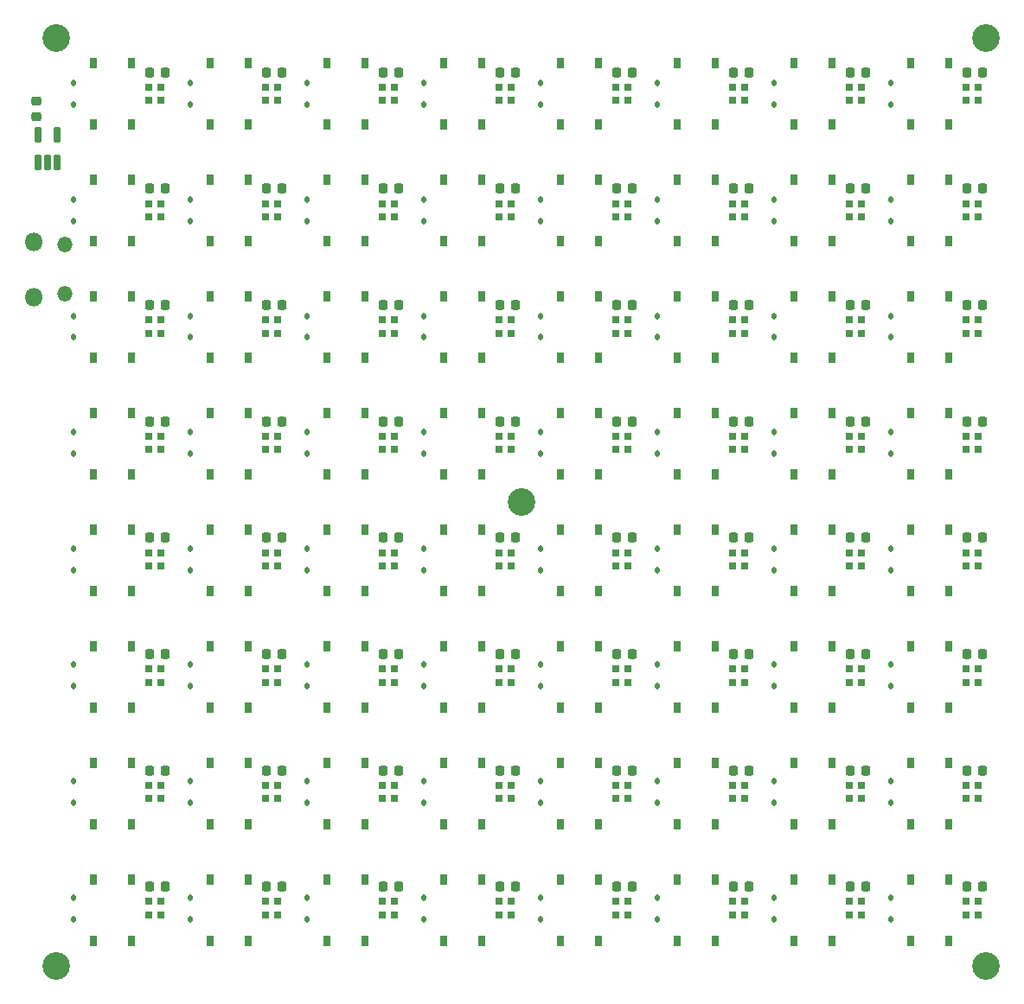
<source format=gbr>
%TF.GenerationSoftware,KiCad,Pcbnew,8.0.7*%
%TF.CreationDate,2025-01-12T22:15:46+01:00*%
%TF.ProjectId,butns,6275746e-732e-46b6-9963-61645f706362,rev?*%
%TF.SameCoordinates,Original*%
%TF.FileFunction,Soldermask,Top*%
%TF.FilePolarity,Negative*%
%FSLAX46Y46*%
G04 Gerber Fmt 4.6, Leading zero omitted, Abs format (unit mm)*
G04 Created by KiCad (PCBNEW 8.0.7) date 2025-01-12 22:15:46*
%MOMM*%
%LPD*%
G01*
G04 APERTURE LIST*
G04 Aperture macros list*
%AMRoundRect*
0 Rectangle with rounded corners*
0 $1 Rounding radius*
0 $2 $3 $4 $5 $6 $7 $8 $9 X,Y pos of 4 corners*
0 Add a 4 corners polygon primitive as box body*
4,1,4,$2,$3,$4,$5,$6,$7,$8,$9,$2,$3,0*
0 Add four circle primitives for the rounded corners*
1,1,$1+$1,$2,$3*
1,1,$1+$1,$4,$5*
1,1,$1+$1,$6,$7*
1,1,$1+$1,$8,$9*
0 Add four rect primitives between the rounded corners*
20,1,$1+$1,$2,$3,$4,$5,0*
20,1,$1+$1,$4,$5,$6,$7,0*
20,1,$1+$1,$6,$7,$8,$9,0*
20,1,$1+$1,$8,$9,$2,$3,0*%
G04 Aperture macros list end*
%ADD10RoundRect,0.162500X0.162500X-0.617500X0.162500X0.617500X-0.162500X0.617500X-0.162500X-0.617500X0*%
%ADD11RoundRect,0.225000X0.250000X-0.225000X0.250000X0.225000X-0.250000X0.225000X-0.250000X-0.225000X0*%
%ADD12O,1.800000X1.800000*%
%ADD13O,1.500000X1.500000*%
%ADD14R,0.700000X0.800000*%
%ADD15R,0.750000X1.000000*%
%ADD16C,2.700000*%
%ADD17RoundRect,0.112500X0.112500X-0.187500X0.112500X0.187500X-0.112500X0.187500X-0.112500X-0.187500X0*%
%ADD18RoundRect,0.225000X0.225000X0.250000X-0.225000X0.250000X-0.225000X-0.250000X0.225000X-0.250000X0*%
G04 APERTURE END LIST*
D10*
%TO.C,U2*%
X134752000Y-55118000D03*
X136652000Y-55118000D03*
X136652000Y-57818000D03*
X135702000Y-57818000D03*
X134752000Y-57818000D03*
%TD*%
D11*
%TO.C,C65*%
X134620000Y-53353000D03*
X134620000Y-51803000D03*
%TD*%
D12*
%TO.C,U1*%
X134350000Y-65575000D03*
D13*
X137380000Y-65875000D03*
X137380000Y-70725000D03*
D12*
X134350000Y-71025000D03*
%TD*%
D14*
%TO.C,D128*%
X226860000Y-131550000D03*
X225660000Y-131550000D03*
X225660000Y-130250000D03*
X226860000Y-130250000D03*
%TD*%
%TO.C,D120*%
X226860000Y-120150000D03*
X225660000Y-120150000D03*
X225660000Y-118850000D03*
X226860000Y-118850000D03*
%TD*%
%TO.C,D112*%
X226860000Y-108750000D03*
X225660000Y-108750000D03*
X225660000Y-107450000D03*
X226860000Y-107450000D03*
%TD*%
%TO.C,D104*%
X226860000Y-97350000D03*
X225660000Y-97350000D03*
X225660000Y-96050000D03*
X226860000Y-96050000D03*
%TD*%
%TO.C,D127*%
X215430000Y-131550000D03*
X214230000Y-131550000D03*
X214230000Y-130250000D03*
X215430000Y-130250000D03*
%TD*%
%TO.C,D119*%
X215430000Y-120150000D03*
X214230000Y-120150000D03*
X214230000Y-118850000D03*
X215430000Y-118850000D03*
%TD*%
%TO.C,D111*%
X215430000Y-108750000D03*
X214230000Y-108750000D03*
X214230000Y-107450000D03*
X215430000Y-107450000D03*
%TD*%
%TO.C,D103*%
X215430000Y-97350000D03*
X214230000Y-97350000D03*
X214230000Y-96050000D03*
X215430000Y-96050000D03*
%TD*%
%TO.C,D126*%
X204000000Y-131550000D03*
X202800000Y-131550000D03*
X202800000Y-130250000D03*
X204000000Y-130250000D03*
%TD*%
%TO.C,D118*%
X204000000Y-120150000D03*
X202800000Y-120150000D03*
X202800000Y-118850000D03*
X204000000Y-118850000D03*
%TD*%
%TO.C,D110*%
X204000000Y-108750000D03*
X202800000Y-108750000D03*
X202800000Y-107450000D03*
X204000000Y-107450000D03*
%TD*%
%TO.C,D102*%
X204000000Y-97350000D03*
X202800000Y-97350000D03*
X202800000Y-96050000D03*
X204000000Y-96050000D03*
%TD*%
%TO.C,D125*%
X192570000Y-131550000D03*
X191370000Y-131550000D03*
X191370000Y-130250000D03*
X192570000Y-130250000D03*
%TD*%
%TO.C,D117*%
X192570000Y-120150000D03*
X191370000Y-120150000D03*
X191370000Y-118850000D03*
X192570000Y-118850000D03*
%TD*%
%TO.C,D109*%
X192570000Y-108750000D03*
X191370000Y-108750000D03*
X191370000Y-107450000D03*
X192570000Y-107450000D03*
%TD*%
%TO.C,D101*%
X192570000Y-97350000D03*
X191370000Y-97350000D03*
X191370000Y-96050000D03*
X192570000Y-96050000D03*
%TD*%
%TO.C,D124*%
X181140000Y-131550000D03*
X179940000Y-131550000D03*
X179940000Y-130250000D03*
X181140000Y-130250000D03*
%TD*%
%TO.C,D116*%
X181140000Y-120150000D03*
X179940000Y-120150000D03*
X179940000Y-118850000D03*
X181140000Y-118850000D03*
%TD*%
%TO.C,D108*%
X181140000Y-108750000D03*
X179940000Y-108750000D03*
X179940000Y-107450000D03*
X181140000Y-107450000D03*
%TD*%
%TO.C,D100*%
X181140000Y-97350000D03*
X179940000Y-97350000D03*
X179940000Y-96050000D03*
X181140000Y-96050000D03*
%TD*%
%TO.C,D123*%
X169710000Y-131550000D03*
X168510000Y-131550000D03*
X168510000Y-130250000D03*
X169710000Y-130250000D03*
%TD*%
%TO.C,D115*%
X169710000Y-120150000D03*
X168510000Y-120150000D03*
X168510000Y-118850000D03*
X169710000Y-118850000D03*
%TD*%
%TO.C,D107*%
X169710000Y-108750000D03*
X168510000Y-108750000D03*
X168510000Y-107450000D03*
X169710000Y-107450000D03*
%TD*%
%TO.C,D99*%
X169710000Y-97350000D03*
X168510000Y-97350000D03*
X168510000Y-96050000D03*
X169710000Y-96050000D03*
%TD*%
%TO.C,D122*%
X158280000Y-131550000D03*
X157080000Y-131550000D03*
X157080000Y-130250000D03*
X158280000Y-130250000D03*
%TD*%
%TO.C,D114*%
X158280000Y-120150000D03*
X157080000Y-120150000D03*
X157080000Y-118850000D03*
X158280000Y-118850000D03*
%TD*%
%TO.C,D106*%
X158280000Y-108750000D03*
X157080000Y-108750000D03*
X157080000Y-107450000D03*
X158280000Y-107450000D03*
%TD*%
%TO.C,D98*%
X158280000Y-97350000D03*
X157080000Y-97350000D03*
X157080000Y-96050000D03*
X158280000Y-96050000D03*
%TD*%
%TO.C,D121*%
X146850000Y-131550000D03*
X145650000Y-131550000D03*
X145650000Y-130250000D03*
X146850000Y-130250000D03*
%TD*%
%TO.C,D113*%
X146850000Y-120150000D03*
X145650000Y-120150000D03*
X145650000Y-118850000D03*
X146850000Y-118850000D03*
%TD*%
%TO.C,D105*%
X146850000Y-108750000D03*
X145650000Y-108750000D03*
X145650000Y-107450000D03*
X146850000Y-107450000D03*
%TD*%
%TO.C,D97*%
X146850000Y-97350000D03*
X145650000Y-97350000D03*
X145650000Y-96050000D03*
X146850000Y-96050000D03*
%TD*%
%TO.C,D96*%
X226860000Y-85950000D03*
X225660000Y-85950000D03*
X225660000Y-84650000D03*
X226860000Y-84650000D03*
%TD*%
%TO.C,D95*%
X215430000Y-85950000D03*
X214230000Y-85950000D03*
X214230000Y-84650000D03*
X215430000Y-84650000D03*
%TD*%
%TO.C,D94*%
X204000000Y-85950000D03*
X202800000Y-85950000D03*
X202800000Y-84650000D03*
X204000000Y-84650000D03*
%TD*%
%TO.C,D93*%
X192570000Y-85950000D03*
X191370000Y-85950000D03*
X191370000Y-84650000D03*
X192570000Y-84650000D03*
%TD*%
%TO.C,D92*%
X181140000Y-85950000D03*
X179940000Y-85950000D03*
X179940000Y-84650000D03*
X181140000Y-84650000D03*
%TD*%
%TO.C,D91*%
X169710000Y-85950000D03*
X168510000Y-85950000D03*
X168510000Y-84650000D03*
X169710000Y-84650000D03*
%TD*%
%TO.C,D90*%
X158280000Y-85950000D03*
X157080000Y-85950000D03*
X157080000Y-84650000D03*
X158280000Y-84650000D03*
%TD*%
%TO.C,D89*%
X146850000Y-85950000D03*
X145650000Y-85950000D03*
X145650000Y-84650000D03*
X146850000Y-84650000D03*
%TD*%
%TO.C,D88*%
X226860000Y-74550000D03*
X225660000Y-74550000D03*
X225660000Y-73250000D03*
X226860000Y-73250000D03*
%TD*%
%TO.C,D87*%
X215430000Y-74550000D03*
X214230000Y-74550000D03*
X214230000Y-73250000D03*
X215430000Y-73250000D03*
%TD*%
%TO.C,D86*%
X204000000Y-74550000D03*
X202800000Y-74550000D03*
X202800000Y-73250000D03*
X204000000Y-73250000D03*
%TD*%
%TO.C,D85*%
X192570000Y-74550000D03*
X191370000Y-74550000D03*
X191370000Y-73250000D03*
X192570000Y-73250000D03*
%TD*%
%TO.C,D84*%
X181140000Y-74550000D03*
X179940000Y-74550000D03*
X179940000Y-73250000D03*
X181140000Y-73250000D03*
%TD*%
%TO.C,D83*%
X169710000Y-74550000D03*
X168510000Y-74550000D03*
X168510000Y-73250000D03*
X169710000Y-73250000D03*
%TD*%
%TO.C,D82*%
X158280000Y-74550000D03*
X157080000Y-74550000D03*
X157080000Y-73250000D03*
X158280000Y-73250000D03*
%TD*%
%TO.C,D81*%
X146850000Y-74550000D03*
X145650000Y-74550000D03*
X145650000Y-73250000D03*
X146850000Y-73250000D03*
%TD*%
%TO.C,D80*%
X226860000Y-61850000D03*
X225660000Y-61850000D03*
X225660000Y-63150000D03*
X226860000Y-63150000D03*
%TD*%
%TO.C,D79*%
X215430000Y-61850000D03*
X214230000Y-61850000D03*
X214230000Y-63150000D03*
X215430000Y-63150000D03*
%TD*%
%TO.C,D78*%
X204000000Y-61850000D03*
X202800000Y-61850000D03*
X202800000Y-63150000D03*
X204000000Y-63150000D03*
%TD*%
%TO.C,D77*%
X192570000Y-61850000D03*
X191370000Y-61850000D03*
X191370000Y-63150000D03*
X192570000Y-63150000D03*
%TD*%
%TO.C,D76*%
X181140000Y-61850000D03*
X179940000Y-61850000D03*
X179940000Y-63150000D03*
X181140000Y-63150000D03*
%TD*%
%TO.C,D75*%
X169710000Y-61850000D03*
X168510000Y-61850000D03*
X168510000Y-63150000D03*
X169710000Y-63150000D03*
%TD*%
%TO.C,D74*%
X158280000Y-61850000D03*
X157080000Y-61850000D03*
X157080000Y-63150000D03*
X158280000Y-63150000D03*
%TD*%
%TO.C,D73*%
X146850000Y-61850000D03*
X145650000Y-61850000D03*
X145650000Y-63150000D03*
X146850000Y-63150000D03*
%TD*%
%TO.C,D72*%
X226860000Y-51750000D03*
X225660000Y-51750000D03*
X225660000Y-50450000D03*
X226860000Y-50450000D03*
%TD*%
%TO.C,D71*%
X215430000Y-51750000D03*
X214230000Y-51750000D03*
X214230000Y-50450000D03*
X215430000Y-50450000D03*
%TD*%
%TO.C,D70*%
X204000000Y-51750000D03*
X202800000Y-51750000D03*
X202800000Y-50450000D03*
X204000000Y-50450000D03*
%TD*%
%TO.C,D69*%
X192570000Y-51750000D03*
X191370000Y-51750000D03*
X191370000Y-50450000D03*
X192570000Y-50450000D03*
%TD*%
%TO.C,D68*%
X181140000Y-51750000D03*
X179940000Y-51750000D03*
X179940000Y-50450000D03*
X181140000Y-50450000D03*
%TD*%
%TO.C,D67*%
X169710000Y-51750000D03*
X168510000Y-51750000D03*
X168510000Y-50450000D03*
X169710000Y-50450000D03*
%TD*%
%TO.C,D66*%
X158280000Y-51750000D03*
X157080000Y-51750000D03*
X157080000Y-50450000D03*
X158280000Y-50450000D03*
%TD*%
%TO.C,D1*%
X146850000Y-51750000D03*
X145650000Y-51750000D03*
X145650000Y-50450000D03*
X146850000Y-50450000D03*
%TD*%
D15*
%TO.C,SW64*%
X223970991Y-128095996D03*
X223970991Y-134095996D03*
X220220991Y-128095996D03*
X220220991Y-134095996D03*
%TD*%
%TO.C,SW63*%
X212540991Y-128095996D03*
X212540991Y-134095996D03*
X208790991Y-128095996D03*
X208790991Y-134095996D03*
%TD*%
%TO.C,SW62*%
X201110991Y-128095996D03*
X201110991Y-134095996D03*
X197360991Y-128095996D03*
X197360991Y-134095996D03*
%TD*%
%TO.C,SW61*%
X189680991Y-128095996D03*
X189680991Y-134095996D03*
X185930991Y-128095996D03*
X185930991Y-134095996D03*
%TD*%
%TO.C,SW60*%
X178250991Y-128095996D03*
X178250991Y-134095996D03*
X174500991Y-128095996D03*
X174500991Y-134095996D03*
%TD*%
%TO.C,SW59*%
X166820991Y-128095996D03*
X166820991Y-134095996D03*
X163070991Y-128095996D03*
X163070991Y-134095996D03*
%TD*%
%TO.C,SW58*%
X155390991Y-128095996D03*
X155390991Y-134095996D03*
X151640991Y-128095996D03*
X151640991Y-134095996D03*
%TD*%
%TO.C,SW57*%
X143960991Y-128095996D03*
X143960991Y-134095996D03*
X140210991Y-128095996D03*
X140210991Y-134095996D03*
%TD*%
%TO.C,SW56*%
X223970991Y-116665996D03*
X223970991Y-122665996D03*
X220220991Y-116665996D03*
X220220991Y-122665996D03*
%TD*%
%TO.C,SW55*%
X212540991Y-116665996D03*
X212540991Y-122665996D03*
X208790991Y-116665996D03*
X208790991Y-122665996D03*
%TD*%
%TO.C,SW54*%
X201110991Y-116665996D03*
X201110991Y-122665996D03*
X197360991Y-116665996D03*
X197360991Y-122665996D03*
%TD*%
%TO.C,SW53*%
X189680991Y-116665996D03*
X189680991Y-122665996D03*
X185930991Y-116665996D03*
X185930991Y-122665996D03*
%TD*%
%TO.C,SW52*%
X178250991Y-116665996D03*
X178250991Y-122665996D03*
X174500991Y-116665996D03*
X174500991Y-122665996D03*
%TD*%
%TO.C,SW51*%
X166820991Y-116665996D03*
X166820991Y-122665996D03*
X163070991Y-116665996D03*
X163070991Y-122665996D03*
%TD*%
%TO.C,SW50*%
X155390991Y-116665996D03*
X155390991Y-122665996D03*
X151640991Y-116665996D03*
X151640991Y-122665996D03*
%TD*%
%TO.C,SW49*%
X143960991Y-116665996D03*
X143960991Y-122665996D03*
X140210991Y-116665996D03*
X140210991Y-122665996D03*
%TD*%
%TO.C,SW48*%
X223970991Y-105235996D03*
X223970991Y-111235996D03*
X220220991Y-105235996D03*
X220220991Y-111235996D03*
%TD*%
%TO.C,SW47*%
X212540991Y-105235996D03*
X212540991Y-111235996D03*
X208790991Y-105235996D03*
X208790991Y-111235996D03*
%TD*%
%TO.C,SW46*%
X201110991Y-105235996D03*
X201110991Y-111235996D03*
X197360991Y-105235996D03*
X197360991Y-111235996D03*
%TD*%
%TO.C,SW45*%
X189680991Y-105235996D03*
X189680991Y-111235996D03*
X185930991Y-105235996D03*
X185930991Y-111235996D03*
%TD*%
%TO.C,SW44*%
X178250991Y-105235996D03*
X178250991Y-111235996D03*
X174500991Y-105235996D03*
X174500991Y-111235996D03*
%TD*%
%TO.C,SW43*%
X166820991Y-105235996D03*
X166820991Y-111235996D03*
X163070991Y-105235996D03*
X163070991Y-111235996D03*
%TD*%
%TO.C,SW42*%
X155390991Y-105235996D03*
X155390991Y-111235996D03*
X151640991Y-105235996D03*
X151640991Y-111235996D03*
%TD*%
%TO.C,SW41*%
X143960991Y-105235996D03*
X143960991Y-111235996D03*
X140210991Y-105235996D03*
X140210991Y-111235996D03*
%TD*%
%TO.C,SW40*%
X223970991Y-93805996D03*
X223970991Y-99805996D03*
X220220991Y-93805996D03*
X220220991Y-99805996D03*
%TD*%
%TO.C,SW39*%
X212540991Y-93805996D03*
X212540991Y-99805996D03*
X208790991Y-93805996D03*
X208790991Y-99805996D03*
%TD*%
%TO.C,SW38*%
X201110991Y-93805996D03*
X201110991Y-99805996D03*
X197360991Y-93805996D03*
X197360991Y-99805996D03*
%TD*%
%TO.C,SW37*%
X189680991Y-93805996D03*
X189680991Y-99805996D03*
X185930991Y-93805996D03*
X185930991Y-99805996D03*
%TD*%
%TO.C,SW36*%
X178250991Y-93805996D03*
X178250991Y-99805996D03*
X174500991Y-93805996D03*
X174500991Y-99805996D03*
%TD*%
%TO.C,SW35*%
X166820991Y-93805996D03*
X166820991Y-99805996D03*
X163070991Y-93805996D03*
X163070991Y-99805996D03*
%TD*%
%TO.C,SW34*%
X155390991Y-93805996D03*
X155390991Y-99805996D03*
X151640991Y-93805996D03*
X151640991Y-99805996D03*
%TD*%
%TO.C,SW33*%
X143960991Y-93805996D03*
X143960991Y-99805996D03*
X140210991Y-93805996D03*
X140210991Y-99805996D03*
%TD*%
%TO.C,SW32*%
X223970991Y-82350000D03*
X223970991Y-88350000D03*
X220220991Y-82350000D03*
X220220991Y-88350000D03*
%TD*%
%TO.C,SW31*%
X208790991Y-88350000D03*
X208790991Y-82350000D03*
X212540991Y-88350000D03*
X212540991Y-82350000D03*
%TD*%
%TO.C,SW30*%
X201110991Y-82375997D03*
X201110991Y-88375997D03*
X197360991Y-82375997D03*
X197360991Y-88375997D03*
%TD*%
%TO.C,SW29*%
X189680991Y-82375997D03*
X189680991Y-88375997D03*
X185930991Y-82375997D03*
X185930991Y-88375997D03*
%TD*%
%TO.C,SW28*%
X178250991Y-82375997D03*
X178250991Y-88375997D03*
X174500991Y-82375997D03*
X174500991Y-88375997D03*
%TD*%
%TO.C,SW27*%
X166820991Y-82375997D03*
X166820991Y-88375997D03*
X163070991Y-82375997D03*
X163070991Y-88375997D03*
%TD*%
%TO.C,SW26*%
X155390991Y-82375997D03*
X155390991Y-88375997D03*
X151640991Y-82375997D03*
X151640991Y-88375997D03*
%TD*%
%TO.C,SW25*%
X143960991Y-82375997D03*
X143960991Y-88375997D03*
X140210991Y-82375997D03*
X140210991Y-88375997D03*
%TD*%
%TO.C,SW24*%
X223970991Y-70950000D03*
X223970991Y-76950000D03*
X220220991Y-70950000D03*
X220220991Y-76950000D03*
%TD*%
%TO.C,SW23*%
X212540991Y-70950000D03*
X212540991Y-76950000D03*
X208790991Y-70950000D03*
X208790991Y-76950000D03*
%TD*%
%TO.C,SW22*%
X201110991Y-70950000D03*
X201110991Y-76950000D03*
X197360991Y-70950000D03*
X197360991Y-76950000D03*
%TD*%
%TO.C,SW21*%
X185930991Y-76950000D03*
X185930991Y-70950000D03*
X189680991Y-76950000D03*
X189680991Y-70950000D03*
%TD*%
%TO.C,SW20*%
X178250991Y-70950000D03*
X178250991Y-76950000D03*
X174500991Y-70950000D03*
X174500991Y-76950000D03*
%TD*%
%TO.C,SW19*%
X166820991Y-70950000D03*
X166820991Y-76950000D03*
X163070991Y-70950000D03*
X163070991Y-76950000D03*
%TD*%
%TO.C,SW18*%
X155390991Y-70950000D03*
X155390991Y-76950000D03*
X151640991Y-70950000D03*
X151640991Y-76950000D03*
%TD*%
%TO.C,SW17*%
X143960991Y-70950000D03*
X143960991Y-76950000D03*
X140210991Y-70950000D03*
X140210991Y-76950000D03*
%TD*%
%TO.C,SW16*%
X223970991Y-59500000D03*
X223970991Y-65500000D03*
X220220991Y-59500000D03*
X220220991Y-65500000D03*
%TD*%
%TO.C,SW15*%
X212540991Y-59500000D03*
X212540991Y-65500000D03*
X208790991Y-59500000D03*
X208790991Y-65500000D03*
%TD*%
%TO.C,SW14*%
X201110991Y-59500000D03*
X201110991Y-65500000D03*
X197360991Y-59500000D03*
X197360991Y-65500000D03*
%TD*%
%TO.C,SW13*%
X189680991Y-59500000D03*
X189680991Y-65500000D03*
X185930991Y-59500000D03*
X185930991Y-65500000D03*
%TD*%
%TO.C,SW12*%
X178250991Y-59500000D03*
X178250991Y-65500000D03*
X174500991Y-59500000D03*
X174500991Y-65500000D03*
%TD*%
%TO.C,SW11*%
X166820991Y-59500000D03*
X166820991Y-65500000D03*
X163070991Y-59500000D03*
X163070991Y-65500000D03*
%TD*%
%TO.C,SW10*%
X155390991Y-59500000D03*
X155390991Y-65500000D03*
X151640991Y-59500000D03*
X151640991Y-65500000D03*
%TD*%
%TO.C,SW9*%
X143960991Y-59500000D03*
X143960991Y-65500000D03*
X140210991Y-59500000D03*
X140210991Y-65500000D03*
%TD*%
%TO.C,SW8*%
X223970991Y-48100000D03*
X223970991Y-54100000D03*
X220220991Y-48100000D03*
X220220991Y-54100000D03*
%TD*%
%TO.C,SW7*%
X212540991Y-48100000D03*
X212540991Y-54100000D03*
X208790991Y-48100000D03*
X208790991Y-54100000D03*
%TD*%
%TO.C,SW6*%
X201110991Y-48100000D03*
X201110991Y-54100000D03*
X197360991Y-48100000D03*
X197360991Y-54100000D03*
%TD*%
%TO.C,SW5*%
X189680991Y-48100000D03*
X189680991Y-54100000D03*
X185930991Y-48100000D03*
X185930991Y-54100000D03*
%TD*%
%TO.C,SW4*%
X178250991Y-48100000D03*
X178250991Y-54100000D03*
X174500991Y-48100000D03*
X174500991Y-54100000D03*
%TD*%
%TO.C,SW3*%
X166820991Y-48100000D03*
X166820991Y-54100000D03*
X163070991Y-48100000D03*
X163070991Y-54100000D03*
%TD*%
%TO.C,SW2*%
X155390991Y-48100000D03*
X155390991Y-54100000D03*
X151640991Y-48100000D03*
X151640991Y-54100000D03*
%TD*%
D16*
%TO.C,H5*%
X182090991Y-91090997D03*
%TD*%
%TO.C,H4*%
X227590991Y-45590997D03*
%TD*%
%TO.C,H3*%
X227590991Y-136590997D03*
%TD*%
%TO.C,H2*%
X136590991Y-136590997D03*
%TD*%
%TO.C,H1*%
X136590991Y-45590997D03*
%TD*%
D17*
%TO.C,D65*%
X218260000Y-129850000D03*
X218260000Y-131950000D03*
%TD*%
%TO.C,D64*%
X206830000Y-129850000D03*
X206830000Y-131950000D03*
%TD*%
%TO.C,D63*%
X195400000Y-129850000D03*
X195400000Y-131950000D03*
%TD*%
%TO.C,D62*%
X183970000Y-129850000D03*
X183970000Y-131950000D03*
%TD*%
%TO.C,D61*%
X172540000Y-129850000D03*
X172540000Y-131950000D03*
%TD*%
%TO.C,D60*%
X161110000Y-129850000D03*
X161110000Y-131950000D03*
%TD*%
%TO.C,D59*%
X149680000Y-129850000D03*
X149680000Y-131950000D03*
%TD*%
%TO.C,D58*%
X138250000Y-129850000D03*
X138250000Y-131950000D03*
%TD*%
%TO.C,D57*%
X218260000Y-118450000D03*
X218260000Y-120550000D03*
%TD*%
%TO.C,D56*%
X206830000Y-118450000D03*
X206830000Y-120550000D03*
%TD*%
%TO.C,D55*%
X195400000Y-118450000D03*
X195400000Y-120550000D03*
%TD*%
%TO.C,D54*%
X183970000Y-118450000D03*
X183970000Y-120550000D03*
%TD*%
%TO.C,D53*%
X172540000Y-118450000D03*
X172540000Y-120550000D03*
%TD*%
%TO.C,D52*%
X161110000Y-118450000D03*
X161110000Y-120550000D03*
%TD*%
%TO.C,D51*%
X149680000Y-118450000D03*
X149680000Y-120550000D03*
%TD*%
%TO.C,D50*%
X138250000Y-118450000D03*
X138250000Y-120550000D03*
%TD*%
%TO.C,D49*%
X218260000Y-107050000D03*
X218260000Y-109150000D03*
%TD*%
%TO.C,D48*%
X206830000Y-107050000D03*
X206830000Y-109150000D03*
%TD*%
%TO.C,D47*%
X195400000Y-107050000D03*
X195400000Y-109150000D03*
%TD*%
%TO.C,D46*%
X183970000Y-107050000D03*
X183970000Y-109150000D03*
%TD*%
%TO.C,D45*%
X172540000Y-107050000D03*
X172540000Y-109150000D03*
%TD*%
%TO.C,D44*%
X161110000Y-107050000D03*
X161110000Y-109150000D03*
%TD*%
%TO.C,D43*%
X149680000Y-107050000D03*
X149680000Y-109150000D03*
%TD*%
%TO.C,D42*%
X138250000Y-107050000D03*
X138250000Y-109150000D03*
%TD*%
%TO.C,D41*%
X218260000Y-95650000D03*
X218260000Y-97750000D03*
%TD*%
%TO.C,D40*%
X206830000Y-95650000D03*
X206830000Y-97750000D03*
%TD*%
%TO.C,D39*%
X195400000Y-95650000D03*
X195400000Y-97750000D03*
%TD*%
%TO.C,D38*%
X183970000Y-95650000D03*
X183970000Y-97750000D03*
%TD*%
%TO.C,D37*%
X172540000Y-95650000D03*
X172540000Y-97750000D03*
%TD*%
%TO.C,D36*%
X161110000Y-95650000D03*
X161110000Y-97750000D03*
%TD*%
%TO.C,D35*%
X149680000Y-95650000D03*
X149680000Y-97750000D03*
%TD*%
%TO.C,D34*%
X138250000Y-95650000D03*
X138250000Y-97750000D03*
%TD*%
%TO.C,D33*%
X218260000Y-84250000D03*
X218260000Y-86350000D03*
%TD*%
%TO.C,D31*%
X195400000Y-84250000D03*
X195400000Y-86350000D03*
%TD*%
%TO.C,D30*%
X183970000Y-84250000D03*
X183970000Y-86350000D03*
%TD*%
%TO.C,D29*%
X172540000Y-84250000D03*
X172540000Y-86350000D03*
%TD*%
%TO.C,D28*%
X161110000Y-84250000D03*
X161110000Y-86350000D03*
%TD*%
%TO.C,D27*%
X149680000Y-84250000D03*
X149680000Y-86350000D03*
%TD*%
%TO.C,D26*%
X138250000Y-84250000D03*
X138250000Y-86350000D03*
%TD*%
%TO.C,D25*%
X218260000Y-72850000D03*
X218260000Y-74950000D03*
%TD*%
%TO.C,D24*%
X206830000Y-72850000D03*
X206830000Y-74950000D03*
%TD*%
%TO.C,D23*%
X195400000Y-72850000D03*
X195400000Y-74950000D03*
%TD*%
%TO.C,D22*%
X183970000Y-72850000D03*
X183970000Y-74950000D03*
%TD*%
%TO.C,D21*%
X172540000Y-72850000D03*
X172540000Y-74950000D03*
%TD*%
%TO.C,D20*%
X161110000Y-72850000D03*
X161110000Y-74950000D03*
%TD*%
%TO.C,D19*%
X149680000Y-72850000D03*
X149680000Y-74950000D03*
%TD*%
%TO.C,D18*%
X138250000Y-72850000D03*
X138250000Y-74950000D03*
%TD*%
%TO.C,D17*%
X218260000Y-61450000D03*
X218260000Y-63550000D03*
%TD*%
%TO.C,D16*%
X206830000Y-61450000D03*
X206830000Y-63550000D03*
%TD*%
%TO.C,D15*%
X195400000Y-61450000D03*
X195400000Y-63550000D03*
%TD*%
%TO.C,D14*%
X183970000Y-61450000D03*
X183970000Y-63550000D03*
%TD*%
%TO.C,D13*%
X172540000Y-61450000D03*
X172540000Y-63550000D03*
%TD*%
%TO.C,D12*%
X161110000Y-61450000D03*
X161110000Y-63550000D03*
%TD*%
%TO.C,D11*%
X149680000Y-61450000D03*
X149680000Y-63550000D03*
%TD*%
%TO.C,D10*%
X138250000Y-61450000D03*
X138250000Y-63550000D03*
%TD*%
%TO.C,D9*%
X218260000Y-50050000D03*
X218260000Y-52150000D03*
%TD*%
%TO.C,D8*%
X206830000Y-50050000D03*
X206830000Y-52150000D03*
%TD*%
%TO.C,D7*%
X195400000Y-50050000D03*
X195400000Y-52150000D03*
%TD*%
%TO.C,D6*%
X183970000Y-50050000D03*
X183970000Y-52150000D03*
%TD*%
%TO.C,D5*%
X172540000Y-52150000D03*
X172540000Y-50050000D03*
%TD*%
%TO.C,D2*%
X138250000Y-50050000D03*
X138250000Y-52150000D03*
%TD*%
%TO.C,D3*%
X149680000Y-50050000D03*
X149680000Y-52150000D03*
%TD*%
D18*
%TO.C,C64*%
X225735000Y-128800000D03*
X227285000Y-128800000D03*
%TD*%
%TO.C,C63*%
X214305000Y-128800000D03*
X215855000Y-128800000D03*
%TD*%
%TO.C,C62*%
X202875000Y-128800000D03*
X204425000Y-128800000D03*
%TD*%
%TO.C,C61*%
X191445000Y-128800000D03*
X192995000Y-128800000D03*
%TD*%
%TO.C,C60*%
X180015000Y-128800000D03*
X181565000Y-128800000D03*
%TD*%
%TO.C,C59*%
X168585000Y-128800000D03*
X170135000Y-128800000D03*
%TD*%
%TO.C,C58*%
X157155000Y-128800000D03*
X158705000Y-128800000D03*
%TD*%
%TO.C,C57*%
X145725000Y-128800000D03*
X147275000Y-128800000D03*
%TD*%
%TO.C,C56*%
X225735000Y-117400000D03*
X227285000Y-117400000D03*
%TD*%
%TO.C,C55*%
X214305000Y-117400000D03*
X215855000Y-117400000D03*
%TD*%
%TO.C,C54*%
X202875000Y-117400000D03*
X204425000Y-117400000D03*
%TD*%
%TO.C,C53*%
X191445000Y-117400000D03*
X192995000Y-117400000D03*
%TD*%
%TO.C,C52*%
X180015000Y-117400000D03*
X181565000Y-117400000D03*
%TD*%
%TO.C,C51*%
X168585000Y-117400000D03*
X170135000Y-117400000D03*
%TD*%
%TO.C,C50*%
X157155000Y-117400000D03*
X158705000Y-117400000D03*
%TD*%
%TO.C,C49*%
X145725000Y-117400000D03*
X147275000Y-117400000D03*
%TD*%
%TO.C,C48*%
X225735000Y-106000000D03*
X227285000Y-106000000D03*
%TD*%
%TO.C,C47*%
X214305000Y-106000000D03*
X215855000Y-106000000D03*
%TD*%
%TO.C,C46*%
X202875000Y-106000000D03*
X204425000Y-106000000D03*
%TD*%
%TO.C,C45*%
X191445000Y-106000000D03*
X192995000Y-106000000D03*
%TD*%
%TO.C,C44*%
X180015000Y-106000000D03*
X181565000Y-106000000D03*
%TD*%
%TO.C,C43*%
X168585000Y-106000000D03*
X170135000Y-106000000D03*
%TD*%
%TO.C,C42*%
X157155000Y-106000000D03*
X158705000Y-106000000D03*
%TD*%
%TO.C,C41*%
X145725000Y-106000000D03*
X147275000Y-106000000D03*
%TD*%
%TO.C,C40*%
X225735000Y-94600000D03*
X227285000Y-94600000D03*
%TD*%
%TO.C,C39*%
X214305000Y-94600000D03*
X215855000Y-94600000D03*
%TD*%
%TO.C,C38*%
X202875000Y-94600000D03*
X204425000Y-94600000D03*
%TD*%
%TO.C,C37*%
X191445000Y-94600000D03*
X192995000Y-94600000D03*
%TD*%
%TO.C,C36*%
X180015000Y-94600000D03*
X181565000Y-94600000D03*
%TD*%
%TO.C,C35*%
X168585000Y-94600000D03*
X170135000Y-94600000D03*
%TD*%
%TO.C,C34*%
X157155000Y-94600000D03*
X158705000Y-94600000D03*
%TD*%
%TO.C,C33*%
X145725000Y-94600000D03*
X147275000Y-94600000D03*
%TD*%
%TO.C,C32*%
X225735000Y-83200000D03*
X227285000Y-83200000D03*
%TD*%
%TO.C,C31*%
X214305000Y-83200000D03*
X215855000Y-83200000D03*
%TD*%
%TO.C,C30*%
X202875000Y-83200000D03*
X204425000Y-83200000D03*
%TD*%
%TO.C,C29*%
X191445000Y-83200000D03*
X192995000Y-83200000D03*
%TD*%
%TO.C,C28*%
X180015000Y-83200000D03*
X181565000Y-83200000D03*
%TD*%
%TO.C,C27*%
X168585000Y-83200000D03*
X170135000Y-83200000D03*
%TD*%
%TO.C,C26*%
X157155000Y-83200000D03*
X158705000Y-83200000D03*
%TD*%
%TO.C,C25*%
X145725000Y-83200000D03*
X147275000Y-83200000D03*
%TD*%
%TO.C,C24*%
X225735000Y-71800000D03*
X227285000Y-71800000D03*
%TD*%
%TO.C,C23*%
X214305000Y-71800000D03*
X215855000Y-71800000D03*
%TD*%
%TO.C,C22*%
X202875000Y-71800000D03*
X204425000Y-71800000D03*
%TD*%
%TO.C,C21*%
X191445000Y-71800000D03*
X192995000Y-71800000D03*
%TD*%
%TO.C,C20*%
X180015000Y-71800000D03*
X181565000Y-71800000D03*
%TD*%
%TO.C,C19*%
X168585000Y-71800000D03*
X170135000Y-71800000D03*
%TD*%
%TO.C,C18*%
X157155000Y-71800000D03*
X158705000Y-71800000D03*
%TD*%
%TO.C,C17*%
X145725000Y-71800000D03*
X147275000Y-71800000D03*
%TD*%
%TO.C,C16*%
X225735000Y-60400000D03*
X227285000Y-60400000D03*
%TD*%
%TO.C,C15*%
X214305000Y-60400000D03*
X215855000Y-60400000D03*
%TD*%
%TO.C,C14*%
X202875000Y-60400000D03*
X204425000Y-60400000D03*
%TD*%
%TO.C,C13*%
X191445000Y-60400000D03*
X192995000Y-60400000D03*
%TD*%
%TO.C,C12*%
X180015000Y-60400000D03*
X181565000Y-60400000D03*
%TD*%
%TO.C,C11*%
X168585000Y-60400000D03*
X170135000Y-60400000D03*
%TD*%
%TO.C,C10*%
X157155000Y-60400000D03*
X158705000Y-60400000D03*
%TD*%
%TO.C,C9*%
X145725000Y-60400000D03*
X147275000Y-60400000D03*
%TD*%
%TO.C,C8*%
X225735000Y-49000000D03*
X227285000Y-49000000D03*
%TD*%
%TO.C,C7*%
X214305000Y-49000000D03*
X215855000Y-49000000D03*
%TD*%
%TO.C,C6*%
X202875000Y-49000000D03*
X204425000Y-49000000D03*
%TD*%
%TO.C,C5*%
X191445000Y-49000000D03*
X192995000Y-49000000D03*
%TD*%
%TO.C,C4*%
X180015000Y-49000000D03*
X181565000Y-49000000D03*
%TD*%
%TO.C,C3*%
X168585000Y-49000000D03*
X170135000Y-49000000D03*
%TD*%
%TO.C,C2*%
X157155000Y-49000000D03*
X158705000Y-49000000D03*
%TD*%
%TO.C,C1*%
X145725000Y-49000000D03*
X147275000Y-49000000D03*
%TD*%
D15*
%TO.C,SW1*%
X143960991Y-48100000D03*
X143960991Y-54100000D03*
X140210991Y-48100000D03*
X140210991Y-54100000D03*
%TD*%
D17*
%TO.C,D4*%
X161110000Y-50050000D03*
X161110000Y-52150000D03*
%TD*%
%TO.C,D32*%
X206830000Y-84250000D03*
X206830000Y-86350000D03*
%TD*%
M02*

</source>
